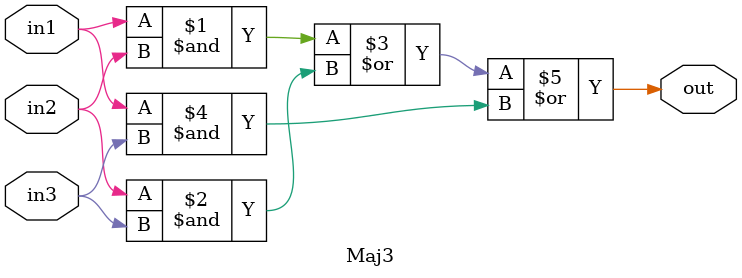
<source format=sv>
/* 3-input Majority gate.
 *
 *
 */
module Maj3 #(
    parameter WIDTH = 1
)(
    input  wire [WIDTH-1:0] in1,
    input  wire [WIDTH-1:0] in2,
    input  wire [WIDTH-1:0] in3,
    output wire [WIDTH-1:0] out
);

    assign out = (in1 & in2) | (in2 & in3) | (in1 & in3);

endmodule

</source>
